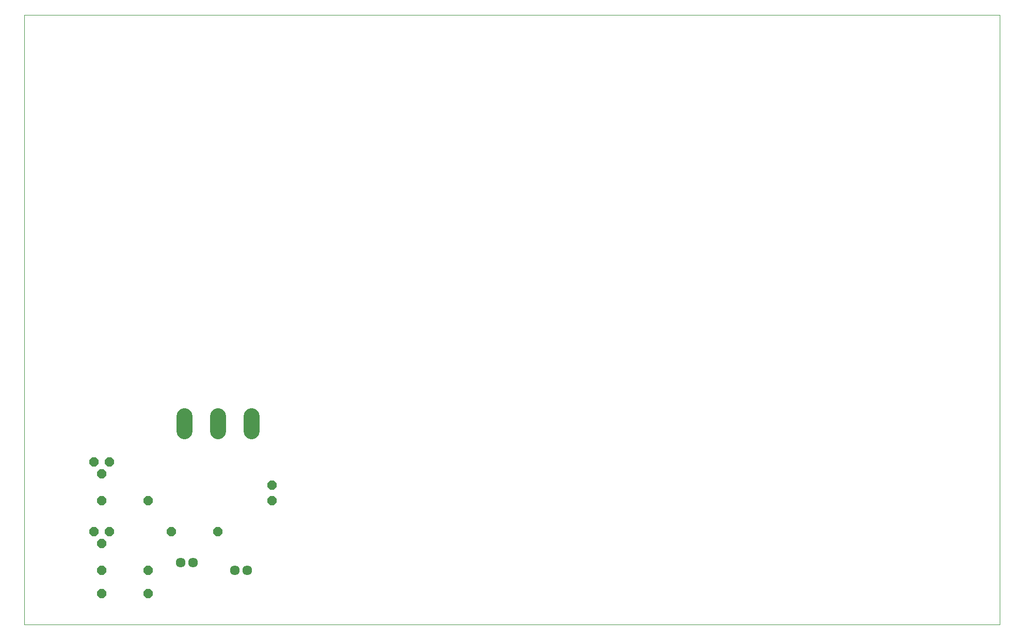
<source format=gbs>
G75*
%MOIN*%
%OFA0B0*%
%FSLAX25Y25*%
%IPPOS*%
%LPD*%
%AMOC8*
5,1,8,0,0,1.08239X$1,22.5*
%
%ADD10C,0.00000*%
%ADD11OC8,0.06000*%
%ADD12C,0.10249*%
%ADD13C,0.06343*%
D10*
X0001000Y0001000D02*
X0001000Y0394701D01*
X0630921Y0394701D01*
X0630921Y0001000D01*
X0001000Y0001000D01*
D11*
X0051000Y0021000D03*
X0051000Y0036000D03*
X0051000Y0053500D03*
X0046000Y0061000D03*
X0056000Y0061000D03*
X0051000Y0081000D03*
X0051000Y0098500D03*
X0046000Y0106000D03*
X0056000Y0106000D03*
X0081000Y0081000D03*
X0096000Y0061000D03*
X0126000Y0061000D03*
X0161000Y0081000D03*
X0161000Y0091000D03*
X0081000Y0036000D03*
X0081000Y0021000D03*
D12*
X0104346Y0126276D02*
X0104346Y0135724D01*
X0126000Y0135724D02*
X0126000Y0126276D01*
X0147654Y0126276D02*
X0147654Y0135724D01*
D13*
X0109937Y0041000D03*
X0102063Y0041000D03*
X0137063Y0036000D03*
X0144937Y0036000D03*
M02*

</source>
